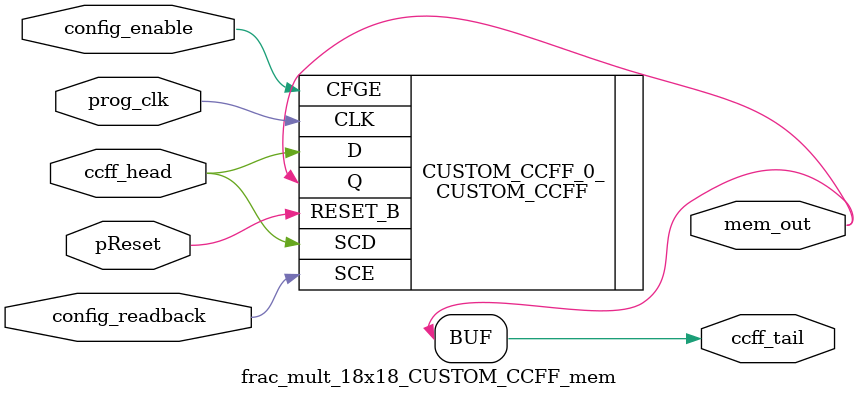
<source format=v>
`timescale 1ns / 1ps

`default_nettype wire

// ----- Verilog module for mux_tree_tapbuf_size12_mem -----
module mux_tree_tapbuf_size12_mem(config_readback,
                                  config_enable,
                                  pReset,
                                  prog_clk,
                                  ccff_head,
                                  ccff_tail,
                                  mem_out);
//----- GLOBAL PORTS -----
input [0:0] config_readback;
//----- GLOBAL PORTS -----
input [0:0] config_enable;
//----- GLOBAL PORTS -----
input [0:0] pReset;
//----- GLOBAL PORTS -----
input [0:0] prog_clk;
//----- INPUT PORTS -----
input [0:0] ccff_head;
//----- OUTPUT PORTS -----
output [0:0] ccff_tail;
//----- OUTPUT PORTS -----
output [0:3] mem_out;

//----- BEGIN wire-connection ports -----
//----- END wire-connection ports -----


//----- BEGIN Registered ports -----
//----- END Registered ports -----



// ----- BEGIN Local short connections -----
// ----- END Local short connections -----
// ----- BEGIN Local output short connections -----
	assign ccff_tail[0] = mem_out[3];
// ----- END Local output short connections -----

	CUSTOM_CCFF CUSTOM_CCFF_0_ (
		.SCE(config_readback),
		.CFGE(config_enable),
		.RESET_B(pReset),
		.CLK(prog_clk),
		.D(ccff_head),
		.SCD(ccff_head),
		.Q(mem_out[0]));

	CUSTOM_CCFF CUSTOM_CCFF_1_ (
		.SCE(config_readback),
		.CFGE(config_enable),
		.RESET_B(pReset),
		.CLK(prog_clk),
		.D(mem_out[0]),
		.SCD(mem_out[0]),
		.Q(mem_out[1]));

	CUSTOM_CCFF CUSTOM_CCFF_2_ (
		.SCE(config_readback),
		.CFGE(config_enable),
		.RESET_B(pReset),
		.CLK(prog_clk),
		.D(mem_out[1]),
		.SCD(mem_out[1]),
		.Q(mem_out[2]));

	CUSTOM_CCFF CUSTOM_CCFF_3_ (
		.SCE(config_readback),
		.CFGE(config_enable),
		.RESET_B(pReset),
		.CLK(prog_clk),
		.D(mem_out[2]),
		.SCD(mem_out[2]),
		.Q(mem_out[3]));

endmodule
// ----- END Verilog module for mux_tree_tapbuf_size12_mem -----

//----- Default net type -----
`default_nettype wire




//----- Default net type -----
`default_nettype wire

// ----- Verilog module for mux_tree_tapbuf_size10_mem -----
module mux_tree_tapbuf_size10_mem(config_readback,
                                  config_enable,
                                  pReset,
                                  prog_clk,
                                  ccff_head,
                                  ccff_tail,
                                  mem_out);
//----- GLOBAL PORTS -----
input [0:0] config_readback;
//----- GLOBAL PORTS -----
input [0:0] config_enable;
//----- GLOBAL PORTS -----
input [0:0] pReset;
//----- GLOBAL PORTS -----
input [0:0] prog_clk;
//----- INPUT PORTS -----
input [0:0] ccff_head;
//----- OUTPUT PORTS -----
output [0:0] ccff_tail;
//----- OUTPUT PORTS -----
output [0:3] mem_out;

//----- BEGIN wire-connection ports -----
//----- END wire-connection ports -----


//----- BEGIN Registered ports -----
//----- END Registered ports -----



// ----- BEGIN Local short connections -----
// ----- END Local short connections -----
// ----- BEGIN Local output short connections -----
	assign ccff_tail[0] = mem_out[3];
// ----- END Local output short connections -----

	CUSTOM_CCFF CUSTOM_CCFF_0_ (
		.SCE(config_readback),
		.CFGE(config_enable),
		.RESET_B(pReset),
		.CLK(prog_clk),
		.D(ccff_head),
		.SCD(ccff_head),
		.Q(mem_out[0]));

	CUSTOM_CCFF CUSTOM_CCFF_1_ (
		.SCE(config_readback),
		.CFGE(config_enable),
		.RESET_B(pReset),
		.CLK(prog_clk),
		.D(mem_out[0]),
		.SCD(mem_out[0]),
		.Q(mem_out[1]));

	CUSTOM_CCFF CUSTOM_CCFF_2_ (
		.SCE(config_readback),
		.CFGE(config_enable),
		.RESET_B(pReset),
		.CLK(prog_clk),
		.D(mem_out[1]),
		.SCD(mem_out[1]),
		.Q(mem_out[2]));

	CUSTOM_CCFF CUSTOM_CCFF_3_ (
		.SCE(config_readback),
		.CFGE(config_enable),
		.RESET_B(pReset),
		.CLK(prog_clk),
		.D(mem_out[2]),
		.SCD(mem_out[2]),
		.Q(mem_out[3]));

endmodule
// ----- END Verilog module for mux_tree_tapbuf_size10_mem -----

//----- Default net type -----
`default_nettype wire




//----- Default net type -----
`default_nettype wire

// ----- Verilog module for mux_tree_tapbuf_size4_mem -----
module mux_tree_tapbuf_size4_mem(config_readback,
                                 config_enable,
                                 pReset,
                                 prog_clk,
                                 ccff_head,
                                 ccff_tail,
                                 mem_out);
//----- GLOBAL PORTS -----
input [0:0] config_readback;
//----- GLOBAL PORTS -----
input [0:0] config_enable;
//----- GLOBAL PORTS -----
input [0:0] pReset;
//----- GLOBAL PORTS -----
input [0:0] prog_clk;
//----- INPUT PORTS -----
input [0:0] ccff_head;
//----- OUTPUT PORTS -----
output [0:0] ccff_tail;
//----- OUTPUT PORTS -----
output [0:2] mem_out;

//----- BEGIN wire-connection ports -----
//----- END wire-connection ports -----


//----- BEGIN Registered ports -----
//----- END Registered ports -----



// ----- BEGIN Local short connections -----
// ----- END Local short connections -----
// ----- BEGIN Local output short connections -----
	assign ccff_tail[0] = mem_out[2];
// ----- END Local output short connections -----

	CUSTOM_CCFF CUSTOM_CCFF_0_ (
		.SCE(config_readback),
		.CFGE(config_enable),
		.RESET_B(pReset),
		.CLK(prog_clk),
		.D(ccff_head),
		.SCD(ccff_head),
		.Q(mem_out[0]));

	CUSTOM_CCFF CUSTOM_CCFF_1_ (
		.SCE(config_readback),
		.CFGE(config_enable),
		.RESET_B(pReset),
		.CLK(prog_clk),
		.D(mem_out[0]),
		.SCD(mem_out[0]),
		.Q(mem_out[1]));

	CUSTOM_CCFF CUSTOM_CCFF_2_ (
		.SCE(config_readback),
		.CFGE(config_enable),
		.RESET_B(pReset),
		.CLK(prog_clk),
		.D(mem_out[1]),
		.SCD(mem_out[1]),
		.Q(mem_out[2]));

endmodule
// ----- END Verilog module for mux_tree_tapbuf_size4_mem -----

//----- Default net type -----
`default_nettype wire




//----- Default net type -----
`default_nettype wire

// ----- Verilog module for mux_tree_tapbuf_size8_mem -----
module mux_tree_tapbuf_size8_mem(config_readback,
                                 config_enable,
                                 pReset,
                                 prog_clk,
                                 ccff_head,
                                 ccff_tail,
                                 mem_out);
//----- GLOBAL PORTS -----
input [0:0] config_readback;
//----- GLOBAL PORTS -----
input [0:0] config_enable;
//----- GLOBAL PORTS -----
input [0:0] pReset;
//----- GLOBAL PORTS -----
input [0:0] prog_clk;
//----- INPUT PORTS -----
input [0:0] ccff_head;
//----- OUTPUT PORTS -----
output [0:0] ccff_tail;
//----- OUTPUT PORTS -----
output [0:3] mem_out;

//----- BEGIN wire-connection ports -----
//----- END wire-connection ports -----


//----- BEGIN Registered ports -----
//----- END Registered ports -----



// ----- BEGIN Local short connections -----
// ----- END Local short connections -----
// ----- BEGIN Local output short connections -----
	assign ccff_tail[0] = mem_out[3];
// ----- END Local output short connections -----

	CUSTOM_CCFF CUSTOM_CCFF_0_ (
		.SCE(config_readback),
		.CFGE(config_enable),
		.RESET_B(pReset),
		.CLK(prog_clk),
		.D(ccff_head),
		.SCD(ccff_head),
		.Q(mem_out[0]));

	CUSTOM_CCFF CUSTOM_CCFF_1_ (
		.SCE(config_readback),
		.CFGE(config_enable),
		.RESET_B(pReset),
		.CLK(prog_clk),
		.D(mem_out[0]),
		.SCD(mem_out[0]),
		.Q(mem_out[1]));

	CUSTOM_CCFF CUSTOM_CCFF_2_ (
		.SCE(config_readback),
		.CFGE(config_enable),
		.RESET_B(pReset),
		.CLK(prog_clk),
		.D(mem_out[1]),
		.SCD(mem_out[1]),
		.Q(mem_out[2]));

	CUSTOM_CCFF CUSTOM_CCFF_3_ (
		.SCE(config_readback),
		.CFGE(config_enable),
		.RESET_B(pReset),
		.CLK(prog_clk),
		.D(mem_out[2]),
		.SCD(mem_out[2]),
		.Q(mem_out[3]));

endmodule
// ----- END Verilog module for mux_tree_tapbuf_size8_mem -----

//----- Default net type -----
`default_nettype wire




//----- Default net type -----
`default_nettype wire

// ----- Verilog module for mux_tree_tapbuf_size7_mem -----
module mux_tree_tapbuf_size7_mem(config_readback,
                                 config_enable,
                                 pReset,
                                 prog_clk,
                                 ccff_head,
                                 ccff_tail,
                                 mem_out);
//----- GLOBAL PORTS -----
input [0:0] config_readback;
//----- GLOBAL PORTS -----
input [0:0] config_enable;
//----- GLOBAL PORTS -----
input [0:0] pReset;
//----- GLOBAL PORTS -----
input [0:0] prog_clk;
//----- INPUT PORTS -----
input [0:0] ccff_head;
//----- OUTPUT PORTS -----
output [0:0] ccff_tail;
//----- OUTPUT PORTS -----
output [0:2] mem_out;

//----- BEGIN wire-connection ports -----
//----- END wire-connection ports -----


//----- BEGIN Registered ports -----
//----- END Registered ports -----



// ----- BEGIN Local short connections -----
// ----- END Local short connections -----
// ----- BEGIN Local output short connections -----
	assign ccff_tail[0] = mem_out[2];
// ----- END Local output short connections -----

	CUSTOM_CCFF CUSTOM_CCFF_0_ (
		.SCE(config_readback),
		.CFGE(config_enable),
		.RESET_B(pReset),
		.CLK(prog_clk),
		.D(ccff_head),
		.SCD(ccff_head),
		.Q(mem_out[0]));

	CUSTOM_CCFF CUSTOM_CCFF_1_ (
		.SCE(config_readback),
		.CFGE(config_enable),
		.RESET_B(pReset),
		.CLK(prog_clk),
		.D(mem_out[0]),
		.SCD(mem_out[0]),
		.Q(mem_out[1]));

	CUSTOM_CCFF CUSTOM_CCFF_2_ (
		.SCE(config_readback),
		.CFGE(config_enable),
		.RESET_B(pReset),
		.CLK(prog_clk),
		.D(mem_out[1]),
		.SCD(mem_out[1]),
		.Q(mem_out[2]));

endmodule
// ----- END Verilog module for mux_tree_tapbuf_size7_mem -----

//----- Default net type -----
`default_nettype wire




//----- Default net type -----
`default_nettype wire

// ----- Verilog module for mux_tree_tapbuf_size9_mem -----
module mux_tree_tapbuf_size9_mem(config_readback,
                                 config_enable,
                                 pReset,
                                 prog_clk,
                                 ccff_head,
                                 ccff_tail,
                                 mem_out);
//----- GLOBAL PORTS -----
input [0:0] config_readback;
//----- GLOBAL PORTS -----
input [0:0] config_enable;
//----- GLOBAL PORTS -----
input [0:0] pReset;
//----- GLOBAL PORTS -----
input [0:0] prog_clk;
//----- INPUT PORTS -----
input [0:0] ccff_head;
//----- OUTPUT PORTS -----
output [0:0] ccff_tail;
//----- OUTPUT PORTS -----
output [0:3] mem_out;

//----- BEGIN wire-connection ports -----
//----- END wire-connection ports -----


//----- BEGIN Registered ports -----
//----- END Registered ports -----



// ----- BEGIN Local short connections -----
// ----- END Local short connections -----
// ----- BEGIN Local output short connections -----
	assign ccff_tail[0] = mem_out[3];
// ----- END Local output short connections -----

	CUSTOM_CCFF CUSTOM_CCFF_0_ (
		.SCE(config_readback),
		.CFGE(config_enable),
		.RESET_B(pReset),
		.CLK(prog_clk),
		.D(ccff_head),
		.SCD(ccff_head),
		.Q(mem_out[0]));

	CUSTOM_CCFF CUSTOM_CCFF_1_ (
		.SCE(config_readback),
		.CFGE(config_enable),
		.RESET_B(pReset),
		.CLK(prog_clk),
		.D(mem_out[0]),
		.SCD(mem_out[0]),
		.Q(mem_out[1]));

	CUSTOM_CCFF CUSTOM_CCFF_2_ (
		.SCE(config_readback),
		.CFGE(config_enable),
		.RESET_B(pReset),
		.CLK(prog_clk),
		.D(mem_out[1]),
		.SCD(mem_out[1]),
		.Q(mem_out[2]));

	CUSTOM_CCFF CUSTOM_CCFF_3_ (
		.SCE(config_readback),
		.CFGE(config_enable),
		.RESET_B(pReset),
		.CLK(prog_clk),
		.D(mem_out[2]),
		.SCD(mem_out[2]),
		.Q(mem_out[3]));

endmodule
// ----- END Verilog module for mux_tree_tapbuf_size9_mem -----

//----- Default net type -----
`default_nettype wire




//----- Default net type -----
`default_nettype wire

// ----- Verilog module for mux_tree_tapbuf_size3_mem -----
module mux_tree_tapbuf_size3_mem(config_readback,
                                 config_enable,
                                 pReset,
                                 prog_clk,
                                 ccff_head,
                                 ccff_tail,
                                 mem_out);
//----- GLOBAL PORTS -----
input [0:0] config_readback;
//----- GLOBAL PORTS -----
input [0:0] config_enable;
//----- GLOBAL PORTS -----
input [0:0] pReset;
//----- GLOBAL PORTS -----
input [0:0] prog_clk;
//----- INPUT PORTS -----
input [0:0] ccff_head;
//----- OUTPUT PORTS -----
output [0:0] ccff_tail;
//----- OUTPUT PORTS -----
output [0:1] mem_out;

//----- BEGIN wire-connection ports -----
//----- END wire-connection ports -----


//----- BEGIN Registered ports -----
//----- END Registered ports -----



// ----- BEGIN Local short connections -----
// ----- END Local short connections -----
// ----- BEGIN Local output short connections -----
	assign ccff_tail[0] = mem_out[1];
// ----- END Local output short connections -----

	CUSTOM_CCFF CUSTOM_CCFF_0_ (
		.SCE(config_readback),
		.CFGE(config_enable),
		.RESET_B(pReset),
		.CLK(prog_clk),
		.D(ccff_head),
		.SCD(ccff_head),
		.Q(mem_out[0]));

	CUSTOM_CCFF CUSTOM_CCFF_1_ (
		.SCE(config_readback),
		.CFGE(config_enable),
		.RESET_B(pReset),
		.CLK(prog_clk),
		.D(mem_out[0]),
		.SCD(mem_out[0]),
		.Q(mem_out[1]));

endmodule
// ----- END Verilog module for mux_tree_tapbuf_size3_mem -----

//----- Default net type -----
`default_nettype wire




//----- Default net type -----
`default_nettype wire

// ----- Verilog module for mux_tree_tapbuf_size2_mem -----
module mux_tree_tapbuf_size2_mem(config_readback,
                                 config_enable,
                                 pReset,
                                 prog_clk,
                                 ccff_head,
                                 ccff_tail,
                                 mem_out);
//----- GLOBAL PORTS -----
input [0:0] config_readback;
//----- GLOBAL PORTS -----
input [0:0] config_enable;
//----- GLOBAL PORTS -----
input [0:0] pReset;
//----- GLOBAL PORTS -----
input [0:0] prog_clk;
//----- INPUT PORTS -----
input [0:0] ccff_head;
//----- OUTPUT PORTS -----
output [0:0] ccff_tail;
//----- OUTPUT PORTS -----
output [0:1] mem_out;

//----- BEGIN wire-connection ports -----
//----- END wire-connection ports -----


//----- BEGIN Registered ports -----
//----- END Registered ports -----



// ----- BEGIN Local short connections -----
// ----- END Local short connections -----
// ----- BEGIN Local output short connections -----
	assign ccff_tail[0] = mem_out[1];
// ----- END Local output short connections -----

	CUSTOM_CCFF CUSTOM_CCFF_0_ (
		.SCE(config_readback),
		.CFGE(config_enable),
		.RESET_B(pReset),
		.CLK(prog_clk),
		.D(ccff_head),
		.SCD(ccff_head),
		.Q(mem_out[0]));

	CUSTOM_CCFF CUSTOM_CCFF_1_ (
		.SCE(config_readback),
		.CFGE(config_enable),
		.RESET_B(pReset),
		.CLK(prog_clk),
		.D(mem_out[0]),
		.SCD(mem_out[0]),
		.Q(mem_out[1]));

endmodule
// ----- END Verilog module for mux_tree_tapbuf_size2_mem -----

//----- Default net type -----
`default_nettype wire




//----- Default net type -----
`default_nettype wire

// ----- Verilog module for mux_tree_tapbuf_size5_mem -----
module mux_tree_tapbuf_size5_mem(config_readback,
                                 config_enable,
                                 pReset,
                                 prog_clk,
                                 ccff_head,
                                 ccff_tail,
                                 mem_out);
//----- GLOBAL PORTS -----
input [0:0] config_readback;
//----- GLOBAL PORTS -----
input [0:0] config_enable;
//----- GLOBAL PORTS -----
input [0:0] pReset;
//----- GLOBAL PORTS -----
input [0:0] prog_clk;
//----- INPUT PORTS -----
input [0:0] ccff_head;
//----- OUTPUT PORTS -----
output [0:0] ccff_tail;
//----- OUTPUT PORTS -----
output [0:2] mem_out;

//----- BEGIN wire-connection ports -----
//----- END wire-connection ports -----


//----- BEGIN Registered ports -----
//----- END Registered ports -----



// ----- BEGIN Local short connections -----
// ----- END Local short connections -----
// ----- BEGIN Local output short connections -----
	assign ccff_tail[0] = mem_out[2];
// ----- END Local output short connections -----

	CUSTOM_CCFF CUSTOM_CCFF_0_ (
		.SCE(config_readback),
		.CFGE(config_enable),
		.RESET_B(pReset),
		.CLK(prog_clk),
		.D(ccff_head),
		.SCD(ccff_head),
		.Q(mem_out[0]));

	CUSTOM_CCFF CUSTOM_CCFF_1_ (
		.SCE(config_readback),
		.CFGE(config_enable),
		.RESET_B(pReset),
		.CLK(prog_clk),
		.D(mem_out[0]),
		.SCD(mem_out[0]),
		.Q(mem_out[1]));

	CUSTOM_CCFF CUSTOM_CCFF_2_ (
		.SCE(config_readback),
		.CFGE(config_enable),
		.RESET_B(pReset),
		.CLK(prog_clk),
		.D(mem_out[1]),
		.SCD(mem_out[1]),
		.Q(mem_out[2]));

endmodule
// ----- END Verilog module for mux_tree_tapbuf_size5_mem -----

//----- Default net type -----
`default_nettype wire




//----- Default net type -----
`default_nettype wire

// ----- Verilog module for mux_tree_tapbuf_size11_mem -----
module mux_tree_tapbuf_size11_mem(config_readback,
                                  config_enable,
                                  pReset,
                                  prog_clk,
                                  ccff_head,
                                  ccff_tail,
                                  mem_out);
//----- GLOBAL PORTS -----
input [0:0] config_readback;
//----- GLOBAL PORTS -----
input [0:0] config_enable;
//----- GLOBAL PORTS -----
input [0:0] pReset;
//----- GLOBAL PORTS -----
input [0:0] prog_clk;
//----- INPUT PORTS -----
input [0:0] ccff_head;
//----- OUTPUT PORTS -----
output [0:0] ccff_tail;
//----- OUTPUT PORTS -----
output [0:3] mem_out;

//----- BEGIN wire-connection ports -----
//----- END wire-connection ports -----


//----- BEGIN Registered ports -----
//----- END Registered ports -----



// ----- BEGIN Local short connections -----
// ----- END Local short connections -----
// ----- BEGIN Local output short connections -----
	assign ccff_tail[0] = mem_out[3];
// ----- END Local output short connections -----

	CUSTOM_CCFF CUSTOM_CCFF_0_ (
		.SCE(config_readback),
		.CFGE(config_enable),
		.RESET_B(pReset),
		.CLK(prog_clk),
		.D(ccff_head),
		.SCD(ccff_head),
		.Q(mem_out[0]));

	CUSTOM_CCFF CUSTOM_CCFF_1_ (
		.SCE(config_readback),
		.CFGE(config_enable),
		.RESET_B(pReset),
		.CLK(prog_clk),
		.D(mem_out[0]),
		.SCD(mem_out[0]),
		.Q(mem_out[1]));

	CUSTOM_CCFF CUSTOM_CCFF_2_ (
		.SCE(config_readback),
		.CFGE(config_enable),
		.RESET_B(pReset),
		.CLK(prog_clk),
		.D(mem_out[1]),
		.SCD(mem_out[1]),
		.Q(mem_out[2]));

	CUSTOM_CCFF CUSTOM_CCFF_3_ (
		.SCE(config_readback),
		.CFGE(config_enable),
		.RESET_B(pReset),
		.CLK(prog_clk),
		.D(mem_out[2]),
		.SCD(mem_out[2]),
		.Q(mem_out[3]));

endmodule
// ----- END Verilog module for mux_tree_tapbuf_size11_mem -----

//----- Default net type -----
`default_nettype wire




//----- Default net type -----
`default_nettype wire

// ----- Verilog module for mux_tree_tapbuf_size6_mem -----
module mux_tree_tapbuf_size6_mem(config_readback,
                                 config_enable,
                                 pReset,
                                 prog_clk,
                                 ccff_head,
                                 ccff_tail,
                                 mem_out);
//----- GLOBAL PORTS -----
input [0:0] config_readback;
//----- GLOBAL PORTS -----
input [0:0] config_enable;
//----- GLOBAL PORTS -----
input [0:0] pReset;
//----- GLOBAL PORTS -----
input [0:0] prog_clk;
//----- INPUT PORTS -----
input [0:0] ccff_head;
//----- OUTPUT PORTS -----
output [0:0] ccff_tail;
//----- OUTPUT PORTS -----
output [0:2] mem_out;

//----- BEGIN wire-connection ports -----
//----- END wire-connection ports -----


//----- BEGIN Registered ports -----
//----- END Registered ports -----



// ----- BEGIN Local short connections -----
// ----- END Local short connections -----
// ----- BEGIN Local output short connections -----
	assign ccff_tail[0] = mem_out[2];
// ----- END Local output short connections -----

	CUSTOM_CCFF CUSTOM_CCFF_0_ (
		.SCE(config_readback),
		.CFGE(config_enable),
		.RESET_B(pReset),
		.CLK(prog_clk),
		.D(ccff_head),
		.SCD(ccff_head),
		.Q(mem_out[0]));

	CUSTOM_CCFF CUSTOM_CCFF_1_ (
		.SCE(config_readback),
		.CFGE(config_enable),
		.RESET_B(pReset),
		.CLK(prog_clk),
		.D(mem_out[0]),
		.SCD(mem_out[0]),
		.Q(mem_out[1]));

	CUSTOM_CCFF CUSTOM_CCFF_2_ (
		.SCE(config_readback),
		.CFGE(config_enable),
		.RESET_B(pReset),
		.CLK(prog_clk),
		.D(mem_out[1]),
		.SCD(mem_out[1]),
		.Q(mem_out[2]));

endmodule
// ----- END Verilog module for mux_tree_tapbuf_size6_mem -----

//----- Default net type -----
`default_nettype wire




//----- Default net type -----
`default_nettype wire

// ----- Verilog module for mux_tree_size2_mem -----
module mux_tree_size2_mem(config_readback,
                          config_enable,
                          pReset,
                          prog_clk,
                          ccff_head,
                          ccff_tail,
                          mem_out);
//----- GLOBAL PORTS -----
input [0:0] config_readback;
//----- GLOBAL PORTS -----
input [0:0] config_enable;
//----- GLOBAL PORTS -----
input [0:0] pReset;
//----- GLOBAL PORTS -----
input [0:0] prog_clk;
//----- INPUT PORTS -----
input [0:0] ccff_head;
//----- OUTPUT PORTS -----
output [0:0] ccff_tail;
//----- OUTPUT PORTS -----
output [0:1] mem_out;

//----- BEGIN wire-connection ports -----
//----- END wire-connection ports -----


//----- BEGIN Registered ports -----
//----- END Registered ports -----



// ----- BEGIN Local short connections -----
// ----- END Local short connections -----
// ----- BEGIN Local output short connections -----
	assign ccff_tail[0] = mem_out[1];
// ----- END Local output short connections -----

	CUSTOM_CCFF CUSTOM_CCFF_0_ (
		.SCE(config_readback),
		.CFGE(config_enable),
		.RESET_B(pReset),
		.CLK(prog_clk),
		.D(ccff_head),
		.SCD(ccff_head),
		.Q(mem_out[0]));

	CUSTOM_CCFF CUSTOM_CCFF_1_ (
		.SCE(config_readback),
		.CFGE(config_enable),
		.RESET_B(pReset),
		.CLK(prog_clk),
		.D(mem_out[0]),
		.SCD(mem_out[0]),
		.Q(mem_out[1]));

endmodule
// ----- END Verilog module for mux_tree_size2_mem -----

//----- Default net type -----
`default_nettype wire




//----- Default net type ----
`default_nettype wire

// ----- Verilog module for CUSTOM_DATAFF_CUSTOM_CCFF_mem -----
module CUSTOM_DATAFF_CUSTOM_CCFF_mem(config_readback,
                                     config_enable,
                                     pReset,
                                     prog_clk,
                                     ccff_head,
                                     ccff_tail,
                                     mem_out);
//----- GLOBAL PORTS -----
input [0:0] config_readback;
//----- GLOBAL PORTS -----
input [0:0] config_enable;
//----- GLOBAL PORTS -----
input [0:0] pReset;
//----- GLOBAL PORTS -----
input [0:0] prog_clk;
//----- INPUT PORTS -----
input [0:0] ccff_head;
//----- OUTPUT PORTS -----
output [0:0] ccff_tail;
//----- OUTPUT PORTS -----
output [0:0] mem_out;

//----- BEGIN wire-connection ports -----
//----- END wire-connection ports -----


//----- BEGIN Registered ports -----
//----- END Registered ports -----



// ----- BEGIN Local short connections -----
// ----- END Local short connections -----
// ----- BEGIN Local output short connections -----
	assign ccff_tail[0] = mem_out[0];
// ----- END Local output short connections -----

	CUSTOM_CCFF CUSTOM_CCFF_0_ (
		.SCE(config_readback),
		.CFGE(config_enable),
		.RESET_B(pReset),
		.CLK(prog_clk),
		.D(ccff_head),
		.SCD(ccff_head),
		.Q(mem_out));

endmodule
// ----- END Verilog module for CUSTOM_DATAFF_CUSTOM_CCFF_mem -----

//----- Default net type -----
`default_nettype wire




//----- Default net type -----
`default_nettype wire

// ----- Verilog module for frac_lut4_arith_CUSTOM_CCFF_mem -----
module frac_lut4_arith_CUSTOM_CCFF_mem(config_readback,
                                       config_enable,
                                       pReset,
                                       prog_clk,
                                       ccff_head,
                                       ccff_tail,
                                       mem_out);
//----- GLOBAL PORTS -----
input [0:0] config_readback;
//----- GLOBAL PORTS -----
input [0:0] config_enable;
//----- GLOBAL PORTS -----
input [0:0] pReset;
//----- GLOBAL PORTS -----
input [0:0] prog_clk;
//----- INPUT PORTS -----
input [0:0] ccff_head;
//----- OUTPUT PORTS -----
output [0:0] ccff_tail;
//----- OUTPUT PORTS -----
output [0:17] mem_out;

//----- BEGIN wire-connection ports -----
//----- END wire-connection ports -----


//----- BEGIN Registered ports -----
//----- END Registered ports -----



// ----- BEGIN Local short connections -----
// ----- END Local short connections -----
// ----- BEGIN Local output short connections -----
	assign ccff_tail[0] = mem_out[17];
// ----- END Local output short connections -----

	CUSTOM_CCFF CUSTOM_CCFF_0_ (
		.SCE(config_readback),
		.CFGE(config_enable),
		.RESET_B(pReset),
		.CLK(prog_clk),
		.D(ccff_head),
		.SCD(ccff_head),
		.Q(mem_out[0]));

	CUSTOM_CCFF CUSTOM_CCFF_1_ (
		.SCE(config_readback),
		.CFGE(config_enable),
		.RESET_B(pReset),
		.CLK(prog_clk),
		.D(mem_out[0]),
		.SCD(mem_out[0]),
		.Q(mem_out[1]));

	CUSTOM_CCFF CUSTOM_CCFF_2_ (
		.SCE(config_readback),
		.CFGE(config_enable),
		.RESET_B(pReset),
		.CLK(prog_clk),
		.D(mem_out[1]),
		.SCD(mem_out[1]),
		.Q(mem_out[2]));

	CUSTOM_CCFF CUSTOM_CCFF_3_ (
		.SCE(config_readback),
		.CFGE(config_enable),
		.RESET_B(pReset),
		.CLK(prog_clk),
		.D(mem_out[2]),
		.SCD(mem_out[2]),
		.Q(mem_out[3]));

	CUSTOM_CCFF CUSTOM_CCFF_4_ (
		.SCE(config_readback),
		.CFGE(config_enable),
		.RESET_B(pReset),
		.CLK(prog_clk),
		.D(mem_out[3]),
		.SCD(mem_out[3]),
		.Q(mem_out[4]));

	CUSTOM_CCFF CUSTOM_CCFF_5_ (
		.SCE(config_readback),
		.CFGE(config_enable),
		.RESET_B(pReset),
		.CLK(prog_clk),
		.D(mem_out[4]),
		.SCD(mem_out[4]),
		.Q(mem_out[5]));

	CUSTOM_CCFF CUSTOM_CCFF_6_ (
		.SCE(config_readback),
		.CFGE(config_enable),
		.RESET_B(pReset),
		.CLK(prog_clk),
		.D(mem_out[5]),
		.SCD(mem_out[5]),
		.Q(mem_out[6]));

	CUSTOM_CCFF CUSTOM_CCFF_7_ (
		.SCE(config_readback),
		.CFGE(config_enable),
		.RESET_B(pReset),
		.CLK(prog_clk),
		.D(mem_out[6]),
		.SCD(mem_out[6]),
		.Q(mem_out[7]));

	CUSTOM_CCFF CUSTOM_CCFF_8_ (
		.SCE(config_readback),
		.CFGE(config_enable),
		.RESET_B(pReset),
		.CLK(prog_clk),
		.D(mem_out[7]),
		.SCD(mem_out[7]),
		.Q(mem_out[8]));

	CUSTOM_CCFF CUSTOM_CCFF_9_ (
		.SCE(config_readback),
		.CFGE(config_enable),
		.RESET_B(pReset),
		.CLK(prog_clk),
		.D(mem_out[8]),
		.SCD(mem_out[8]),
		.Q(mem_out[9]));

	CUSTOM_CCFF CUSTOM_CCFF_10_ (
		.SCE(config_readback),
		.CFGE(config_enable),
		.RESET_B(pReset),
		.CLK(prog_clk),
		.D(mem_out[9]),
		.SCD(mem_out[9]),
		.Q(mem_out[10]));

	CUSTOM_CCFF CUSTOM_CCFF_11_ (
		.SCE(config_readback),
		.CFGE(config_enable),
		.RESET_B(pReset),
		.CLK(prog_clk),
		.D(mem_out[10]),
		.SCD(mem_out[10]),
		.Q(mem_out[11]));

	CUSTOM_CCFF CUSTOM_CCFF_12_ (
		.SCE(config_readback),
		.CFGE(config_enable),
		.RESET_B(pReset),
		.CLK(prog_clk),
		.D(mem_out[11]),
		.SCD(mem_out[11]),
		.Q(mem_out[12]));

	CUSTOM_CCFF CUSTOM_CCFF_13_ (
		.SCE(config_readback),
		.CFGE(config_enable),
		.RESET_B(pReset),
		.CLK(prog_clk),
		.D(mem_out[12]),
		.SCD(mem_out[12]),
		.Q(mem_out[13]));

	CUSTOM_CCFF CUSTOM_CCFF_14_ (
		.SCE(config_readback),
		.CFGE(config_enable),
		.RESET_B(pReset),
		.CLK(prog_clk),
		.D(mem_out[13]),
		.SCD(mem_out[13]),
		.Q(mem_out[14]));

	CUSTOM_CCFF CUSTOM_CCFF_15_ (
		.SCE(config_readback),
		.CFGE(config_enable),
		.RESET_B(pReset),
		.CLK(prog_clk),
		.D(mem_out[14]),
		.SCD(mem_out[14]),
		.Q(mem_out[15]));

	CUSTOM_CCFF CUSTOM_CCFF_16_ (
		.SCE(config_readback),
		.CFGE(config_enable),
		.RESET_B(pReset),
		.CLK(prog_clk),
		.D(mem_out[15]),
		.SCD(mem_out[15]),
		.Q(mem_out[16]));

	CUSTOM_CCFF CUSTOM_CCFF_17_ (
		.SCE(config_readback),
		.CFGE(config_enable),
		.RESET_B(pReset),
		.CLK(prog_clk),
		.D(mem_out[16]),
		.SCD(mem_out[16]),
		.Q(mem_out[17]));

endmodule
// ----- END Verilog module for frac_lut4_arith_CUSTOM_CCFF_mem -----

//----- Default net type -----
`default_nettype wire



//----- Default net type -----
`default_nettype wire

// ----- Verilog module for EMBEDDED_IO_ISOLN_CUSTOM_CCFF_mem -----
module EMBEDDED_IO_ISOLN_CUSTOM_CCFF_mem(config_readback,
                                         config_enable,
                                         pReset,
                                         prog_clk,
                                         ccff_head,
                                         ccff_tail,
                                         mem_out);
//----- GLOBAL PORTS -----
input [0:0] config_readback;
//----- GLOBAL PORTS -----
input [0:0] config_enable;
//----- GLOBAL PORTS -----
input [0:0] pReset;
//----- GLOBAL PORTS -----
input [0:0] prog_clk;
//----- INPUT PORTS -----
input [0:0] ccff_head;
//----- OUTPUT PORTS -----
output [0:0] ccff_tail;
//----- OUTPUT PORTS -----
output [0:0] mem_out;

//----- BEGIN wire-connection ports -----
//----- END wire-connection ports -----


//----- BEGIN Registered ports -----
//----- END Registered ports -----



// ----- BEGIN Local short connections -----
// ----- END Local short connections -----
// ----- BEGIN Local output short connections -----
	assign ccff_tail[0] = mem_out[0];
// ----- END Local output short connections -----

	CUSTOM_CCFF CUSTOM_CCFF_0_ (
		.SCE(config_readback),
		.CFGE(config_enable),
		.RESET_B(pReset),
		.CLK(prog_clk),
		.D(ccff_head),
		.SCD(ccff_head),
		.Q(mem_out));

endmodule
// ----- END Verilog module for EMBEDDED_IO_ISOLN_CUSTOM_CCFF_mem -----

//----- Default net type -----
`default_nettype wire




//----- Default net type -----
`default_nettype wire

// ----- Verilog module for frac_mult_18x18_CUSTOM_CCFF_mem -----
module frac_mult_18x18_CUSTOM_CCFF_mem(config_readback,
                                       config_enable,
                                       pReset,
                                       prog_clk,
                                       ccff_head,
                                       ccff_tail,
                                       mem_out);
//----- GLOBAL PORTS -----
input [0:0] config_readback;
//----- GLOBAL PORTS -----
input [0:0] config_enable;
//----- GLOBAL PORTS -----
input [0:0] pReset;
//----- GLOBAL PORTS -----
input [0:0] prog_clk;
//----- INPUT PORTS -----
input [0:0] ccff_head;
//----- OUTPUT PORTS -----
output [0:0] ccff_tail;
//----- OUTPUT PORTS -----
output [0:0] mem_out;

//----- BEGIN wire-connection ports -----
//----- END wire-connection ports -----


//----- BEGIN Registered ports -----
//----- END Registered ports -----



// ----- BEGIN Local short connections -----
// ----- END Local short connections -----
// ----- BEGIN Local output short connections -----
	assign ccff_tail[0] = mem_out[0];
// ----- END Local output short connections -----

	CUSTOM_CCFF CUSTOM_CCFF_0_ (
		.SCE(config_readback),
		.CFGE(config_enable),
		.RESET_B(pReset),
		.CLK(prog_clk),
		.D(ccff_head),
		.SCD(ccff_head),
		.Q(mem_out));

endmodule
// ----- END Verilog module for frac_mult_18x18_CUSTOM_CCFF_mem -----

//----- Default net type -----
`default_nettype wire





</source>
